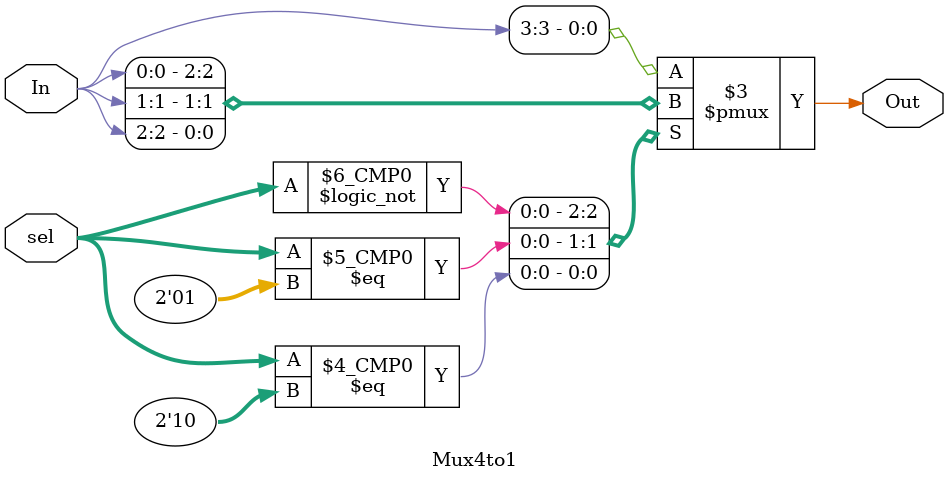
<source format=v>
`timescale 1ns / 1ps
module Mux4to1(
    input [3:0] In,
    input [1:0] sel,
    output reg Out
    );
always @ (sel, In)
	begin 
	case (sel)
		0: Out = In[0];
		1: Out = In[1];
		2: Out = In[2];
		default: Out = In[3];
	endcase
	end

endmodule

</source>
